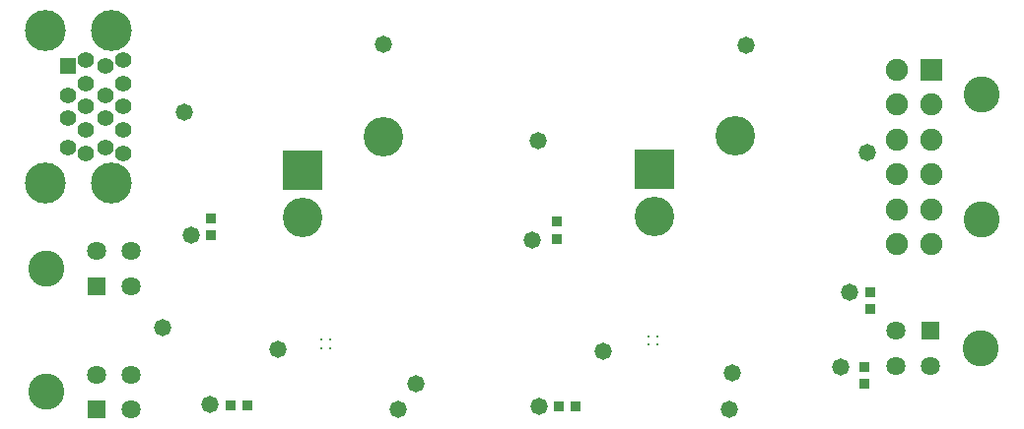
<source format=gts>
G04*
G04 #@! TF.GenerationSoftware,Altium Limited,Altium Designer,20.2.6 (244)*
G04*
G04 Layer_Color=8388736*
%FSLAX25Y25*%
%MOIN*%
G70*
G04*
G04 #@! TF.SameCoordinates,7EBD70BA-B8F3-473B-BE4C-BEC84CDD1DDF*
G04*
G04*
G04 #@! TF.FilePolarity,Negative*
G04*
G01*
G75*
%ADD14R,0.03543X0.03543*%
%ADD15R,0.03543X0.03543*%
%ADD16R,0.05556X0.05556*%
%ADD17C,0.05556*%
%ADD18C,0.13855*%
%ADD19C,0.01181*%
%ADD20C,0.12205*%
%ADD21R,0.06417X0.06417*%
%ADD22C,0.06417*%
%ADD23R,0.07480X0.07480*%
%ADD24C,0.07480*%
%ADD25C,0.13394*%
%ADD26R,0.13394X0.13394*%
%ADD27C,0.05800*%
D14*
X67980Y80663D02*
D03*
Y74757D02*
D03*
X185000Y79393D02*
D03*
Y73487D02*
D03*
X289040Y24377D02*
D03*
Y30283D02*
D03*
X290880Y49755D02*
D03*
Y55660D02*
D03*
D15*
X80463Y17330D02*
D03*
X74557D02*
D03*
X191463Y16790D02*
D03*
X185557D02*
D03*
D16*
X19720Y132212D02*
D03*
D17*
Y104654D02*
D03*
Y122370D02*
D03*
Y114496D02*
D03*
X32318Y132212D02*
D03*
Y104654D02*
D03*
Y122370D02*
D03*
Y114496D02*
D03*
X25626Y134181D02*
D03*
Y126307D02*
D03*
Y102685D02*
D03*
Y110559D02*
D03*
Y118433D02*
D03*
X38224Y134181D02*
D03*
Y126307D02*
D03*
Y102685D02*
D03*
Y110559D02*
D03*
Y118433D02*
D03*
D18*
X11846Y144299D02*
D03*
Y92567D02*
D03*
X34208D02*
D03*
Y144299D02*
D03*
D19*
X216018Y40487D02*
D03*
Y37731D02*
D03*
X219167D02*
D03*
Y40487D02*
D03*
X105323Y39398D02*
D03*
Y36642D02*
D03*
X108473D02*
D03*
Y39398D02*
D03*
D20*
X12330Y21784D02*
D03*
Y63585D02*
D03*
X328738Y80344D02*
D03*
Y122469D02*
D03*
X328438Y36569D02*
D03*
D21*
X29338Y15879D02*
D03*
Y57679D02*
D03*
X311430Y42475D02*
D03*
D22*
X29338Y27690D02*
D03*
X41149Y15879D02*
D03*
Y27690D02*
D03*
Y69490D02*
D03*
Y57679D02*
D03*
X29338Y69490D02*
D03*
X311430Y30664D02*
D03*
X299619Y42475D02*
D03*
Y30664D02*
D03*
D23*
X311809Y130934D02*
D03*
D24*
X299998D02*
D03*
X311809Y119123D02*
D03*
X299998D02*
D03*
X311809Y107312D02*
D03*
X299998D02*
D03*
X311809Y95501D02*
D03*
X299998D02*
D03*
X311809Y83690D02*
D03*
X299998D02*
D03*
X311809Y71879D02*
D03*
X299998D02*
D03*
D25*
X99052Y80832D02*
D03*
X126490Y108270D02*
D03*
X245320Y108500D02*
D03*
X217882Y81062D02*
D03*
D26*
X99052Y96905D02*
D03*
X217882Y97135D02*
D03*
D27*
X289960Y102980D02*
D03*
X248900Y139140D02*
D03*
X126500Y139390D02*
D03*
X178660Y106860D02*
D03*
X59100Y116670D02*
D03*
X90830Y36080D02*
D03*
X243310Y15730D02*
D03*
X131470Y16010D02*
D03*
X200570Y35590D02*
D03*
X244460Y28130D02*
D03*
X137240Y24460D02*
D03*
X61270Y74970D02*
D03*
X67510Y17640D02*
D03*
X176700Y73310D02*
D03*
X178850Y17000D02*
D03*
X280890Y30350D02*
D03*
X284130Y55660D02*
D03*
X51640Y43380D02*
D03*
M02*

</source>
